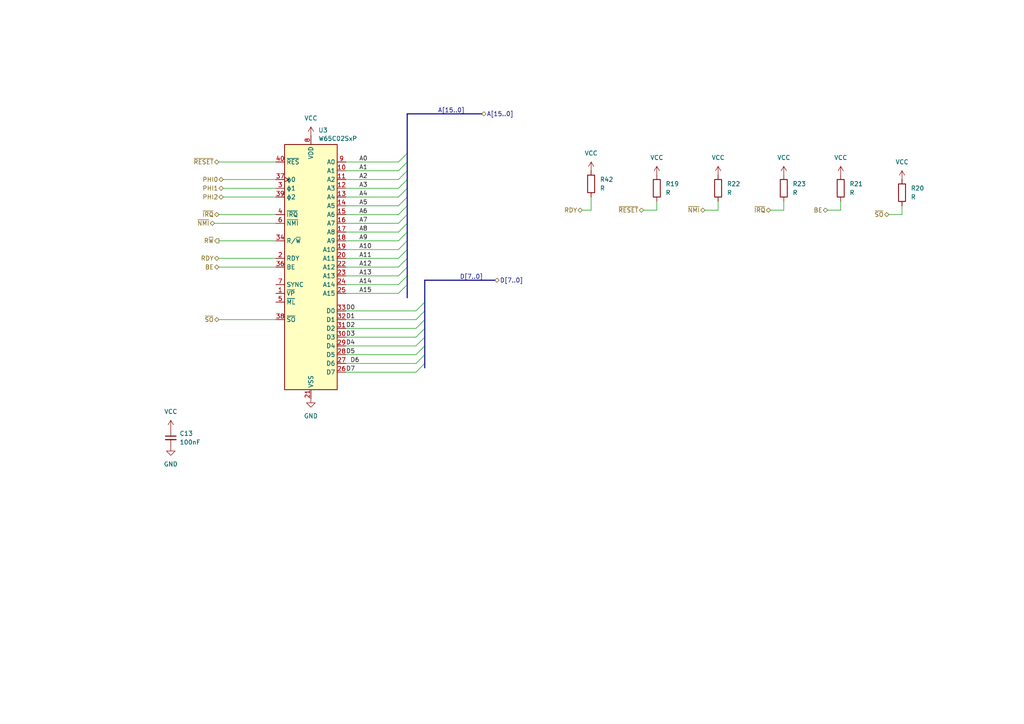
<source format=kicad_sch>
(kicad_sch (version 20250114) (generator "eeschema") (generator_version "9.0")
  (paper "A4")
  (title_block (title "6502 ATTY1") (date "2025-12-16") (rev "2") (comment 1 "© 2025 Ben Dooks"))
  (lib_symbols
    (symbol "Device:C_Small" (pin_numbers (hide yes)) (pin_names (offset 0.254) (hide yes))
      (property "Reference" "C" (at 0.254 1.778 0))
      (property "Value" "C_Small" (at 0.254 -2.032 0))
      (symbol "C_Small_0_1"
        (polyline (pts (xy -1.524 0.508) (xy 1.524 0.508)) (stroke (width 0.3048)))
        (polyline (pts (xy -1.524 -0.508) (xy 1.524 -0.508)) (stroke (width 0.3302)))
      )
      (symbol "C_Small_1_1"
        (pin passive line (at 0 2.54 270) (length 2.032) (name "~") (number "1"))
        (pin passive line (at 0 -2.54 90) (length 2.032) (name "~") (number "2"))
      )
    )
    (symbol "Device:R" (pin_numbers (hide yes)) (pin_names (offset 0))
      (property "Reference" "R" (at 2.032 0 90))
      (property "Value" "R" (at 0 0 90))
      (symbol "R_0_1"
        (rectangle (start -1.016 -2.54) (end 1.016 2.54) (stroke (width 0.254)))
      )
      (symbol "R_1_1"
        (pin passive line (at 0 3.81 270) (length 1.27) (name "~") (number "1"))
        (pin passive line (at 0 -3.81 90) (length 1.27) (name "~") (number "2"))
      )
    )
    (symbol "PCM_65xx-library:W65C02SxP"
      (property "Reference" "U" (at 2.54 40.64 0))
      (property "Value" "W65C02SxP" (at 2.54 38.1 0))
      (symbol "W65C02SxP_0_1"
        (rectangle (start -7.62 35.56) (end 7.62 -35.56) (stroke (width 0.254)) (fill (type background)))
      )
      (symbol "W65C02SxP_1_1"
        (pin input line (at -10.16 30.48 0) (length 2.54) (name "~{RES}") (number "40"))
        (pin input clock (at -10.16 25.4 0) (length 2.54) (name "ϕ0") (number "37"))
        (pin output line (at -10.16 22.86 0) (length 2.54) (name "ϕ1") (number "3"))
        (pin output line (at -10.16 20.32 0) (length 2.54) (name "ϕ2") (number "39"))
        (pin input line (at -10.16 15.24 0) (length 2.54) (name "~{IRQ}") (number "4"))
        (pin input line (at -10.16 12.7 0) (length 2.54) (name "~{NMI}") (number "6"))
        (pin tri_state line (at -10.16 7.62 0) (length 2.54) (name "R/~{W}") (number "34"))
        (pin open_collector line (at -10.16 2.54 0) (length 2.54) (name "RDY") (number "2"))
        (pin input line (at -10.16 0 0) (length 2.54) (name "BE") (number "36"))
        (pin output line (at -10.16 -5.08 0) (length 2.54) (name "SYNC") (number "7"))
        (pin output line (at -10.16 -7.62 0) (length 2.54) (name "~{VP}") (number "1"))
        (pin output line (at -10.16 -10.16 0) (length 2.54) (name "~{ML}") (number "5"))
        (pin input line (at -10.16 -15.24 0) (length 2.54) (name "~{SO}") (number "38"))
        (pin no_connect non_logic (at -7.62 -30.48 0) (length 2.54) (hide yes) (name "nc") (number "35"))
        (pin power_in line (at 0 38.1 270) (length 2.54) (name "VDD") (number "8"))
        (pin power_in line (at 0 -38.1 90) (length 2.54) (name "VSS") (number "21"))
        (pin tri_state line (at 10.16 30.48 180) (length 2.54) (name "A0") (number "9"))
        (pin tri_state line (at 10.16 27.94 180) (length 2.54) (name "A1") (number "10"))
        (pin tri_state line (at 10.16 25.4 180) (length 2.54) (name "A2") (number "11"))
        (pin tri_state line (at 10.16 22.86 180) (length 2.54) (name "A3") (number "12"))
        (pin tri_state line (at 10.16 20.32 180) (length 2.54) (name "A4") (number "13"))
        (pin tri_state line (at 10.16 17.78 180) (length 2.54) (name "A5") (number "14"))
        (pin tri_state line (at 10.16 15.24 180) (length 2.54) (name "A6") (number "15"))
        (pin tri_state line (at 10.16 12.7 180) (length 2.54) (name "A7") (number "16"))
        (pin tri_state line (at 10.16 10.16 180) (length 2.54) (name "A8") (number "17"))
        (pin tri_state line (at 10.16 7.62 180) (length 2.54) (name "A9") (number "18"))
        (pin tri_state line (at 10.16 5.08 180) (length 2.54) (name "A10") (number "19"))
        (pin tri_state line (at 10.16 2.54 180) (length 2.54) (name "A11") (number "20"))
        (pin tri_state line (at 10.16 0 180) (length 2.54) (name "A12") (number "22"))
        (pin tri_state line (at 10.16 -2.54 180) (length 2.54) (name "A13") (number "23"))
        (pin tri_state line (at 10.16 -5.08 180) (length 2.54) (name "A14") (number "24"))
        (pin tri_state line (at 10.16 -7.62 180) (length 2.54) (name "A15") (number "25"))
        (pin bidirectional line (at 10.16 -12.7 180) (length 2.54) (name "D0") (number "33"))
        (pin bidirectional line (at 10.16 -15.24 180) (length 2.54) (name "D1") (number "32"))
        (pin bidirectional line (at 10.16 -17.78 180) (length 2.54) (name "D2") (number "31"))
        (pin bidirectional line (at 10.16 -20.32 180) (length 2.54) (name "D3") (number "30"))
        (pin bidirectional line (at 10.16 -22.86 180) (length 2.54) (name "D4") (number "29"))
        (pin bidirectional line (at 10.16 -25.4 180) (length 2.54) (name "D5") (number "28"))
        (pin bidirectional line (at 10.16 -27.94 180) (length 2.54) (name "D6") (number "27"))
        (pin bidirectional line (at 10.16 -30.48 180) (length 2.54) (name "D7") (number "26"))
      )
    )
    (symbol "power:GND" (power) (pin_numbers (hide yes)) (pin_names (offset 0) (hide yes))
      (property "Value" "GND" (at 0 -3.81 0))
      (symbol "GND_0_1"
        (polyline (pts (xy 0 0) (xy 0 -1.27) (xy 1.27 -1.27) (xy 0 -2.54) (xy -1.27 -1.27) (xy 0 -1.27)))
      )
      (symbol "GND_1_1"
        (pin power_in line (at 0 0 270) (length 0) (name "~") (number "1"))
      )
    )
    (symbol "power:VCC" (power) (pin_numbers (hide yes)) (pin_names (offset 0) (hide yes))
      (property "Value" "VCC" (at 0 3.556 0))
      (symbol "VCC_0_1"
        (polyline (pts (xy -0.762 1.27) (xy 0 2.54)))
        (polyline (pts (xy 0 2.54) (xy 0.762 1.27)))
        (polyline (pts (xy 0 0) (xy 0 2.54)))
      )
      (symbol "VCC_1_1"
        (pin power_in line (at 0 0 90) (length 0) (name "~") (number "1"))
      )
    )
  )
  (bus_entry (at 118.11 64.77) (size -2.54 2.54))
  (bus_entry (at 118.11 80.01) (size -2.54 2.54))
  (bus_entry (at 123.19 87.63) (size -2.54 2.54))
  (bus_entry (at 123.19 102.87) (size -2.54 2.54))
  (bus_entry (at 118.11 52.07) (size -2.54 2.54))
  (bus_entry (at 123.19 95.25) (size -2.54 2.54))
  (bus_entry (at 118.11 46.99) (size -2.54 2.54))
  (bus_entry (at 123.19 92.71) (size -2.54 2.54))
  (bus_entry (at 118.11 72.39) (size -2.54 2.54))
  (bus_entry (at 123.19 100.33) (size -2.54 2.54))
  (bus_entry (at 118.11 74.93) (size -2.54 2.54))
  (bus_entry (at 118.11 54.61) (size -2.54 2.54))
  (bus_entry (at 118.11 44.45) (size -2.54 2.54))
  (bus_entry (at 123.19 90.17) (size -2.54 2.54))
  (bus_entry (at 123.19 97.79) (size -2.54 2.54))
  (bus_entry (at 118.11 59.69) (size -2.54 2.54))
  (bus_entry (at 118.11 77.47) (size -2.54 2.54))
  (bus_entry (at 118.11 82.55) (size -2.54 2.54))
  (bus_entry (at 123.19 105.41) (size -2.54 2.54))
  (bus_entry (at 118.11 57.15) (size -2.54 2.54))
  (bus_entry (at 118.11 67.31) (size -2.54 2.54))
  (bus_entry (at 118.11 62.23) (size -2.54 2.54))
  (bus_entry (at 118.11 69.85) (size -2.54 2.54))
  (bus_entry (at 118.11 49.53) (size -2.54 2.54))
  (wire (pts (xy 100.33 49.53) (xy 115.57 49.53)))
  (wire (pts (xy 168.91 60.96) (xy 171.45 60.96)))
  (bus (pts (xy 123.19 90.17) (xy 123.19 92.71)))
  (bus (pts (xy 118.11 54.61) (xy 118.11 57.15)))
  (wire (pts (xy 204.47 60.96) (xy 208.28 60.96)))
  (wire (pts (xy 100.33 105.41) (xy 120.65 105.41)))
  (wire (pts (xy 186.69 60.96) (xy 190.5 60.96)))
  (wire (pts (xy 100.33 85.09) (xy 115.57 85.09)))
  (wire (pts (xy 100.33 107.95) (xy 120.65 107.95)))
  (wire (pts (xy 190.5 60.96) (xy 190.5 58.42)))
  (wire (pts (xy 63.5 46.99) (xy 80.01 46.99)))
  (wire (pts (xy 63.5 74.93) (xy 80.01 74.93)))
  (wire (pts (xy 100.33 62.23) (xy 115.57 62.23)))
  (wire (pts (xy 64.77 57.15) (xy 80.01 57.15)))
  (bus (pts (xy 123.19 100.33) (xy 123.19 102.87)))
  (wire (pts (xy 100.33 90.17) (xy 120.65 90.17)))
  (wire (pts (xy 257.81 62.23) (xy 261.62 62.23)))
  (wire (pts (xy 63.5 69.85) (xy 80.01 69.85)))
  (wire (pts (xy 100.33 57.15) (xy 115.57 57.15)))
  (bus (pts (xy 118.11 74.93) (xy 118.11 77.47)))
  (wire (pts (xy 100.33 97.79) (xy 120.65 97.79)))
  (bus (pts (xy 118.11 59.69) (xy 118.11 62.23)))
  (wire (pts (xy 100.33 100.33) (xy 120.65 100.33)))
  (bus (pts (xy 118.11 44.45) (xy 118.11 46.99)))
  (wire (pts (xy 100.33 74.93) (xy 115.57 74.93)))
  (bus (pts (xy 123.19 92.71) (xy 123.19 95.25)))
  (wire (pts (xy 63.5 92.71) (xy 80.01 92.71)))
  (bus (pts (xy 118.11 67.31) (xy 118.11 69.85)))
  (wire (pts (xy 100.33 102.87) (xy 120.65 102.87)))
  (wire (pts (xy 63.5 77.47) (xy 80.01 77.47)))
  (wire (pts (xy 100.33 64.77) (xy 115.57 64.77)))
  (bus (pts (xy 118.11 49.53) (xy 118.11 52.07)))
  (bus (pts (xy 118.11 64.77) (xy 118.11 67.31)))
  (bus (pts (xy 118.11 80.01) (xy 118.11 82.55)))
  (wire (pts (xy 64.77 54.61) (xy 80.01 54.61)))
  (bus (pts (xy 118.11 72.39) (xy 118.11 74.93)))
  (bus (pts (xy 123.19 102.87) (xy 123.19 105.41)))
  (bus (pts (xy 123.19 97.79) (xy 123.19 100.33)))
  (bus (pts (xy 118.11 46.99) (xy 118.11 49.53)))
  (wire (pts (xy 171.45 60.96) (xy 171.45 57.15)))
  (bus (pts (xy 118.11 33.02) (xy 118.11 44.45)))
  (bus (pts (xy 118.11 62.23) (xy 118.11 64.77)))
  (wire (pts (xy 261.62 62.23) (xy 261.62 59.69)))
  (wire (pts (xy 240.03 60.96) (xy 243.84 60.96)))
  (bus (pts (xy 143.51 81.28) (xy 123.19 81.28)))
  (wire (pts (xy 100.33 72.39) (xy 115.57 72.39)))
  (wire (pts (xy 100.33 54.61) (xy 115.57 54.61)))
  (wire (pts (xy 100.33 69.85) (xy 115.57 69.85)))
  (bus (pts (xy 118.11 52.07) (xy 118.11 54.61)))
  (bus (pts (xy 118.11 57.15) (xy 118.11 59.69)))
  (bus (pts (xy 118.11 82.55) (xy 118.11 86.36)))
  (wire (pts (xy 100.33 52.07) (xy 115.57 52.07)))
  (bus (pts (xy 123.19 95.25) (xy 123.19 97.79)))
  (wire (pts (xy 100.33 95.25) (xy 120.65 95.25)))
  (bus (pts (xy 123.19 87.63) (xy 123.19 90.17)))
  (wire (pts (xy 100.33 82.55) (xy 115.57 82.55)))
  (bus (pts (xy 118.11 77.47) (xy 118.11 80.01)))
  (wire (pts (xy 64.77 52.07) (xy 80.01 52.07)))
  (wire (pts (xy 208.28 60.96) (xy 208.28 58.42)))
  (wire (pts (xy 63.5 62.23) (xy 80.01 62.23)))
  (wire (pts (xy 100.33 92.71) (xy 120.65 92.71)))
  (bus (pts (xy 118.11 69.85) (xy 118.11 72.39)))
  (wire (pts (xy 100.33 59.69) (xy 115.57 59.69)))
  (wire (pts (xy 223.52 60.96) (xy 227.33 60.96)))
  (bus (pts (xy 123.19 81.28) (xy 123.19 87.63)))
  (bus (pts (xy 139.7 33.02) (xy 118.11 33.02)))
  (wire (pts (xy 100.33 67.31) (xy 115.57 67.31)))
  (wire (pts (xy 100.33 46.99) (xy 115.57 46.99)))
  (wire (pts (xy 227.33 60.96) (xy 227.33 58.42)))
  (wire (pts (xy 100.33 80.01) (xy 115.57 80.01)))
  (wire (pts (xy 62.23 64.77) (xy 80.01 64.77)))
  (wire (pts (xy 243.84 60.96) (xy 243.84 58.42)))
  (bus (pts (xy 123.19 105.41) (xy 123.19 106.68)))
  (wire (pts (xy 100.33 77.47) (xy 115.57 77.47)))
  (label "A10" (at 104.14 72.39 0))
  (label "A5" (at 104.14 59.69 0))
  (label "D7" (at 100.33 107.95 0))
  (label "A1" (at 104.14 49.53 0))
  (label "D1" (at 100.33 92.71 0))
  (label "D4" (at 100.33 100.33 0))
  (label "A3" (at 104.14 54.61 0))
  (label "D6" (at 101.6 105.41 0))
  (label "A13" (at 104.14 80.01 0))
  (label "A12" (at 104.14 77.47 0))
  (label "D5" (at 100.33 102.87 0))
  (label "A7" (at 104.14 64.77 0))
  (label "A6" (at 104.14 62.23 0))
  (label "A8" (at 104.14 67.31 0))
  (label "A[15..0]" (at 127 33.02 0))
  (label "A2" (at 104.14 52.07 0))
  (label "D2" (at 100.33 95.25 0))
  (label "A4" (at 104.14 57.15 0))
  (label "D3" (at 100.33 97.79 0))
  (label "A11" (at 104.14 74.93 0))
  (label "A0" (at 104.14 46.99 0))
  (label "D0" (at 100.33 90.17 0))
  (label "A15" (at 104.14 85.09 0))
  (label "D[7..0]" (at 133.35 81.28 0))
  (label "A9" (at 104.14 69.85 0))
  (label "A14" (at 104.14 82.55 0))
  (hierarchical_label "D[7..0]" (shape bidirectional) (at 143.51 81.28 0))
  (hierarchical_label "~{RESET}" (shape bidirectional) (at 186.69 60.96 180))
  (hierarchical_label "PHI0" (shape bidirectional) (at 64.77 52.07 180))
  (hierarchical_label "RDY" (shape bidirectional) (at 168.91 60.96 180))
  (hierarchical_label "~{IRQ}" (shape bidirectional) (at 63.5 62.23 180))
  (hierarchical_label "~{SO}" (shape bidirectional) (at 257.81 62.23 180))
  (hierarchical_label "PHI2" (shape bidirectional) (at 64.77 57.15 180))
  (hierarchical_label "~{NMI}" (shape bidirectional) (at 204.47 60.96 180))
  (hierarchical_label "BE" (shape bidirectional) (at 240.03 60.96 180))
  (hierarchical_label "A[15..0]" (shape bidirectional) (at 139.7 33.02 0))
  (hierarchical_label "BE" (shape bidirectional) (at 63.5 77.47 180))
  (hierarchical_label "~{IRQ}" (shape bidirectional) (at 223.52 60.96 180))
  (hierarchical_label "~{RESET}" (shape bidirectional) (at 63.5 46.99 180))
  (hierarchical_label "R~{W}" (shape output) (at 63.5 69.85 180))
  (hierarchical_label "~{NMI}" (shape bidirectional) (at 62.23 64.77 180))
  (hierarchical_label "~{SO}" (shape bidirectional) (at 63.5 92.71 180))
  (hierarchical_label "PHI1" (shape bidirectional) (at 64.77 54.61 180))
  (hierarchical_label "RDY" (shape bidirectional) (at 63.5 74.93 180))
  (symbol (lib_id "Device:R") (at 171.45 53.34 0) (unit 1)
    (property "Reference" "R42" (at 173.99 52.0699 0) (effects (justify left)))
    (property "Value" "R" (at 173.99 54.6099 0) (effects (justify left)))
    (property "Footprint" "Resistor_THT:R_Axial_DIN0207_L6.3mm_D2.5mm_P10.16mm_Horizontal" (effects (hide yes)))
    (property "Description" "Resistor" (effects (hide yes)))
  )
  (symbol (lib_id "Device:R") (at 208.28 54.61 0) (unit 1)
    (property "Reference" "R22" (at 210.82 53.3399 0) (effects (justify left)))
    (property "Value" "R" (at 210.82 55.8799 0) (effects (justify left)))
    (property "Footprint" "Resistor_THT:R_Axial_DIN0207_L6.3mm_D2.5mm_P10.16mm_Horizontal" (effects (hide yes)))
    (property "Description" "Resistor" (effects (hide yes)))
  )
  (symbol (lib_id "Device:R") (at 227.33 54.61 0) (unit 1)
    (property "Reference" "R23" (at 229.87 53.3399 0) (effects (justify left)))
    (property "Value" "R" (at 229.87 55.8799 0) (effects (justify left)))
    (property "Footprint" "Resistor_THT:R_Axial_DIN0207_L6.3mm_D2.5mm_P10.16mm_Horizontal" (effects (hide yes)))
    (property "Description" "Resistor" (effects (hide yes)))
  )
  (symbol (lib_id "power:VCC") (at 261.62 52.07 0) (unit 1)
    (property "Reference" "#PWR035" (effects (hide yes)))
    (property "Value" "VCC" (at 261.62 46.99 0))
    (property "Description" "Power symbol creates a global label with name \"VCC\"" (effects (hide yes)))
  )
  (symbol (lib_id "Device:R") (at 243.84 54.61 0) (unit 1)
    (property "Reference" "R21" (at 246.38 53.3399 0) (effects (justify left)))
    (property "Value" "R" (at 246.38 55.8799 0) (effects (justify left)))
    (property "Footprint" "Resistor_THT:R_Axial_DIN0207_L6.3mm_D2.5mm_P10.16mm_Horizontal" (effects (hide yes)))
    (property "Description" "Resistor" (effects (hide yes)))
  )
  (symbol (lib_id "power:VCC") (at 208.28 50.8 0) (unit 1)
    (property "Reference" "#PWR032" (effects (hide yes)))
    (property "Value" "VCC" (at 208.28 45.72 0))
    (property "Description" "Power symbol creates a global label with name \"VCC\"" (effects (hide yes)))
  )
  (symbol (lib_id "power:VCC") (at 171.45 49.53 0) (unit 1)
    (property "Reference" "#PWR0117" (effects (hide yes)))
    (property "Value" "VCC" (at 171.45 44.45 0))
    (property "Description" "Power symbol creates a global label with name \"VCC\"" (effects (hide yes)))
  )
  (symbol (lib_id "Device:R") (at 190.5 54.61 0) (unit 1)
    (property "Reference" "R19" (at 193.04 53.3399 0) (effects (justify left)))
    (property "Value" "R" (at 193.04 55.8799 0) (effects (justify left)))
    (property "Footprint" "Resistor_THT:R_Axial_DIN0207_L6.3mm_D2.5mm_P10.16mm_Horizontal" (effects (hide yes)))
    (property "Description" "Resistor" (effects (hide yes)))
  )
  (symbol (lib_id "Device:C_Small") (at 49.53 127 0) (unit 1)
    (property "Reference" "C13" (at 52.07 125.7362 0) (effects (justify left)))
    (property "Value" "100nF" (at 52.07 128.2762 0) (effects (justify left)))
    (property "Footprint" "Capacitor_THT:C_Disc_D4.3mm_W1.9mm_P5.00mm" (effects (hide yes)))
    (property "Description" "Unpolarized capacitor, small symbol" (effects (hide yes)))
  )
  (symbol (lib_id "power:GND") (at 49.53 129.54 0) (unit 1)
    (property "Reference" "#PWR082" (effects (hide yes)))
    (property "Value" "GND" (at 49.53 134.62 0))
    (property "Description" "Power symbol creates a global label with name \"GND\" , ground" (effects (hide yes)))
  )
  (symbol (lib_id "power:VCC") (at 90.17 39.37 0) (unit 1)
    (property "Reference" "#PWR01" (effects (hide yes)))
    (property "Value" "VCC" (at 90.17 34.29 0))
    (property "Description" "Power symbol creates a global label with name \"VCC\"" (effects (hide yes)))
  )
  (symbol (lib_id "power:VCC") (at 49.53 124.46 0) (unit 1)
    (property "Reference" "#PWR081" (effects (hide yes)))
    (property "Value" "VCC" (at 49.53 119.38 0))
    (property "Description" "Power symbol creates a global label with name \"VCC\"" (effects (hide yes)))
  )
  (symbol (lib_id "power:GND") (at 90.17 115.57 0) (unit 1)
    (property "Reference" "#PWR02" (effects (hide yes)))
    (property "Value" "GND" (at 90.17 120.65 0))
    (property "Description" "Power symbol creates a global label with name \"GND\" , ground" (effects (hide yes)))
  )
  (symbol (lib_id "power:VCC") (at 227.33 50.8 0) (unit 1)
    (property "Reference" "#PWR033" (effects (hide yes)))
    (property "Value" "VCC" (at 227.33 45.72 0))
    (property "Description" "Power symbol creates a global label with name \"VCC\"" (effects (hide yes)))
  )
  (symbol (lib_id "PCM_65xx-library:W65C02SxP") (at 90.17 77.47 0) (unit 1)
    (property "Reference" "U3" (at 92.3133 37.7655 0) (effects (justify left)))
    (property "Value" "W65C02SxP" (at 92.3133 40.1898 0) (effects (justify left)))
    (property "Footprint" "Package_DIP:DIP-40_W15.24mm" (effects (hide yes)))
    (property "Datasheet" "http://www.westerndesigncenter.com/wdc/documentation/w65c02s.pdf" (effects (hide yes)))
    (property "Description" "8-bit CMOS General Purpose Microprocessor, DIP-40" (effects (hide yes)))
  )
  (symbol (lib_id "power:VCC") (at 190.5 50.8 0) (unit 1)
    (property "Reference" "#PWR087" (effects (hide yes)))
    (property "Value" "VCC" (at 190.5 45.72 0))
    (property "Description" "Power symbol creates a global label with name \"VCC\"" (effects (hide yes)))
  )
  (symbol (lib_id "Device:R") (at 261.62 55.88 0) (unit 1)
    (property "Reference" "R20" (at 264.16 54.6099 0) (effects (justify left)))
    (property "Value" "R" (at 264.16 57.1499 0) (effects (justify left)))
    (property "Footprint" "Resistor_THT:R_Axial_DIN0207_L6.3mm_D2.5mm_P10.16mm_Horizontal" (effects (hide yes)))
    (property "Description" "Resistor" (effects (hide yes)))
  )
  (symbol (lib_id "power:VCC") (at 243.84 50.8 0) (unit 1)
    (property "Reference" "#PWR034" (effects (hide yes)))
    (property "Value" "VCC" (at 243.84 45.72 0))
    (property "Description" "Power symbol creates a global label with name \"VCC\"" (effects (hide yes)))
  )
)
</source>
